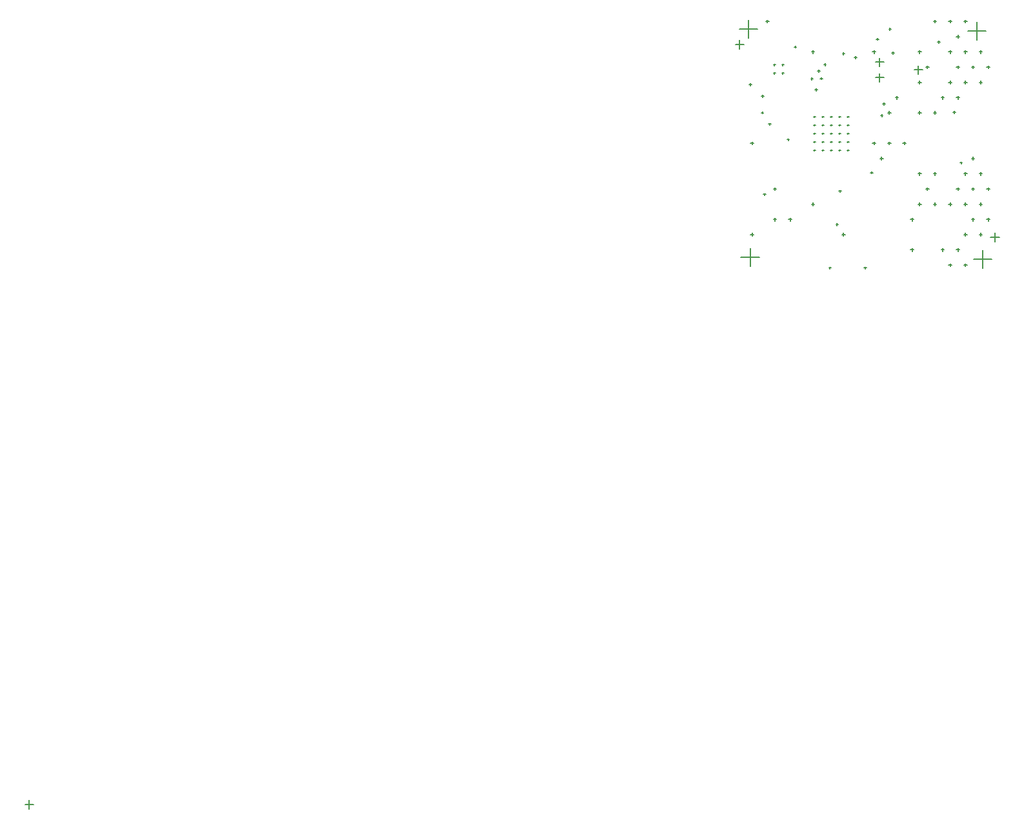
<source format=gbr>
%TF.GenerationSoftware,Altium Limited,Altium Designer,24.4.1 (13)*%
G04 Layer_Color=128*
%FSLAX45Y45*%
%MOMM*%
%TF.SameCoordinates,9860FC65-6E59-49BE-95FE-00A45DA03842*%
%TF.FilePolarity,Positive*%
%TF.FileFunction,Drillmap*%
%TF.Part,Single*%
G01*
G75*
%TA.AperFunction,NonConductor*%
%ADD94C,0.12700*%
D94*
X3367400Y465000D02*
X3482600D01*
X3425000Y407400D02*
Y522600D01*
X17400Y2995000D02*
X132600D01*
X75000Y2937400D02*
Y3052600D01*
X-9304900Y-6984800D02*
X-9189700D01*
X-9247300Y-7042400D02*
Y-6927200D01*
X1857150Y2763100D02*
X1963850D01*
X1910500Y2709750D02*
Y2816450D01*
X1857150Y2559900D02*
X1963850D01*
X1910500Y2506550D02*
Y2613250D01*
X2365150Y2661500D02*
X2471850D01*
X2418500Y2608150D02*
Y2714850D01*
X3142500Y175000D02*
X3382500D01*
X3262500Y55000D02*
Y295000D01*
X92500Y200000D02*
X332500D01*
X212500Y80000D02*
Y320000D01*
X3067500Y3175000D02*
X3307500D01*
X3187500Y3055000D02*
Y3295000D01*
X67500Y3200000D02*
X307500D01*
X187500Y3080000D02*
Y3320000D01*
X3217507Y2900005D02*
X3257507D01*
X3237507Y2880005D02*
Y2920005D01*
X3317507Y2700005D02*
X3357507D01*
X3337507Y2680005D02*
Y2720005D01*
X3217507Y2500005D02*
X3257507D01*
X3237507Y2480005D02*
Y2520005D01*
X3217507Y1300005D02*
X3257507D01*
X3237507Y1280005D02*
Y1320004D01*
X3317507Y1100004D02*
X3357507D01*
X3337507Y1080004D02*
Y1120004D01*
X3217507Y900004D02*
X3257507D01*
X3237507Y880004D02*
Y920004D01*
X3317507Y700004D02*
X3357507D01*
X3337507Y680004D02*
Y720004D01*
X3217507Y500004D02*
X3257507D01*
X3237507Y480004D02*
Y520004D01*
X3017507Y3300006D02*
X3057507D01*
X3037507Y3280006D02*
Y3320006D01*
X3017507Y2900005D02*
X3057507D01*
X3037507Y2880005D02*
Y2920005D01*
X3117507Y2700005D02*
X3157507D01*
X3137507Y2680005D02*
Y2720005D01*
X3017507Y2500005D02*
X3057507D01*
X3037507Y2480005D02*
Y2520005D01*
X3117507Y1500005D02*
X3157507D01*
X3137507Y1480005D02*
Y1520005D01*
X3017507Y1300005D02*
X3057507D01*
X3037507Y1280005D02*
Y1320004D01*
X3117507Y1100004D02*
X3157507D01*
X3137507Y1080004D02*
Y1120004D01*
X3017507Y900004D02*
X3057507D01*
X3037507Y880004D02*
Y920004D01*
X3117507Y700004D02*
X3157507D01*
X3137507Y680004D02*
Y720004D01*
X3017507Y500004D02*
X3057507D01*
X3037507Y480004D02*
Y520004D01*
X3017507Y100004D02*
X3057507D01*
X3037507Y80004D02*
Y120004D01*
X2817507Y3300006D02*
X2857507D01*
X2837507Y3280006D02*
Y3320006D01*
X2917507Y3100005D02*
X2957507D01*
X2937507Y3080006D02*
Y3120005D01*
X2817507Y2900005D02*
X2857507D01*
X2837507Y2880005D02*
Y2920005D01*
X2917507Y2700005D02*
X2957507D01*
X2937507Y2680005D02*
Y2720005D01*
X2817507Y2500005D02*
X2857507D01*
X2837507Y2480005D02*
Y2520005D01*
X2917507Y2300005D02*
X2957507D01*
X2937507Y2280005D02*
Y2320005D01*
X2917507Y1100004D02*
X2957507D01*
X2937507Y1080004D02*
Y1120004D01*
X2817507Y900004D02*
X2857507D01*
X2837507Y880004D02*
Y920004D01*
X2917507Y300004D02*
X2957507D01*
X2937507Y280004D02*
Y320004D01*
X2817507Y100004D02*
X2857507D01*
X2837507Y80004D02*
Y120004D01*
X2617507Y3300006D02*
X2657506D01*
X2637507Y3280006D02*
Y3320006D01*
X2717507Y2300005D02*
X2757507D01*
X2737507Y2280005D02*
Y2320005D01*
X2617507Y2100005D02*
X2657506D01*
X2637507Y2080005D02*
Y2120005D01*
X2617507Y1300005D02*
X2657506D01*
X2637507Y1280005D02*
Y1320004D01*
X2617507Y900004D02*
X2657506D01*
X2637507Y880004D02*
Y920004D01*
X2717507Y300004D02*
X2757507D01*
X2737507Y280004D02*
Y320004D01*
X2417506Y2900005D02*
X2457506D01*
X2437506Y2880005D02*
Y2920005D01*
X2517507Y2700005D02*
X2557506D01*
X2537506Y2680005D02*
Y2720005D01*
X2417506Y2500005D02*
X2457506D01*
X2437506Y2480005D02*
Y2520005D01*
X2417506Y2100005D02*
X2457506D01*
X2437506Y2080005D02*
Y2120005D01*
X2417506Y1300005D02*
X2457506D01*
X2437506Y1280005D02*
Y1320004D01*
X2517507Y1100004D02*
X2557506D01*
X2537506Y1080004D02*
Y1120004D01*
X2417506Y900004D02*
X2457506D01*
X2437506Y880004D02*
Y920004D01*
X2217506Y1700005D02*
X2257506D01*
X2237506Y1680005D02*
Y1720005D01*
X2317506Y700004D02*
X2357506D01*
X2337506Y680004D02*
Y720004D01*
X2317506Y300004D02*
X2357506D01*
X2337506Y280004D02*
Y320004D01*
X2117506Y2300005D02*
X2157506D01*
X2137506Y2280005D02*
Y2320005D01*
X2017506Y2100005D02*
X2057506D01*
X2037506Y2080005D02*
Y2120005D01*
X2017506Y1700005D02*
X2057506D01*
X2037506Y1680005D02*
Y1720005D01*
X1817506Y2900005D02*
X1857506D01*
X1837506Y2880005D02*
Y2920005D01*
X1817506Y1700005D02*
X1857506D01*
X1837506Y1680005D02*
Y1720005D01*
X1917506Y1500005D02*
X1957506D01*
X1937506Y1480005D02*
Y1520005D01*
X1417506Y500004D02*
X1457506D01*
X1437506Y480004D02*
Y520004D01*
X1017506Y2900005D02*
X1057506D01*
X1037506Y2880005D02*
Y2920005D01*
X1017506Y900004D02*
X1057506D01*
X1037506Y880004D02*
Y920004D01*
X717506Y700004D02*
X757505D01*
X737506Y680004D02*
Y720004D01*
X417505Y3300006D02*
X457505D01*
X437505Y3280006D02*
Y3320006D01*
X517505Y1100004D02*
X557505D01*
X537505Y1080004D02*
Y1120004D01*
X517505Y700004D02*
X557505D01*
X537505Y680004D02*
Y720004D01*
X217505Y1700005D02*
X257505D01*
X237505Y1680005D02*
Y1720005D01*
X217505Y500004D02*
X257505D01*
X237505Y480004D02*
Y520004D01*
X455000Y1950556D02*
X485000D01*
X470000Y1935556D02*
Y1965556D01*
X1062500Y2405000D02*
X1092500D01*
X1077500Y2390000D02*
Y2420000D01*
X1007500Y2548056D02*
X1037500D01*
X1022500Y2533056D02*
Y2563056D01*
X1792500Y1315000D02*
X1822500D01*
X1807500Y1300000D02*
Y1330000D01*
X1925000Y2062500D02*
X1955000D01*
X1940000Y2047500D02*
Y2077500D01*
X790000Y2965000D02*
X820000D01*
X805000Y2950000D02*
Y2980000D01*
X384500Y1027459D02*
X414500D01*
X399500Y1012459D02*
Y1042459D01*
X2674500Y3027459D02*
X2704500D01*
X2689500Y3012459D02*
Y3042458D01*
X1955000Y2217500D02*
X1985000D01*
X1970000Y2202500D02*
Y2232500D01*
X359500Y2319959D02*
X389500D01*
X374500Y2304959D02*
Y2334958D01*
X199499Y2469959D02*
X229499D01*
X214499Y2454959D02*
Y2484959D01*
X357500Y2102500D02*
X387500D01*
X372500Y2087500D02*
Y2117500D01*
X1422500Y2875000D02*
X1452500D01*
X1437500Y2860000D02*
Y2890000D01*
X1180000Y2732500D02*
X1210000D01*
X1195000Y2717500D02*
Y2747500D01*
X1580000Y2825000D02*
X1610000D01*
X1595000Y2810000D02*
Y2840000D01*
X1245000Y62500D02*
X1275000D01*
X1260000Y47500D02*
Y77500D01*
X1707500Y62500D02*
X1737500D01*
X1722500Y47500D02*
Y77500D01*
X1377500Y1070000D02*
X1407500D01*
X1392500Y1055000D02*
Y1085000D01*
X1337500Y632500D02*
X1367500D01*
X1352500Y617500D02*
Y647500D01*
X2965000Y1442500D02*
X2995000D01*
X2980000Y1427500D02*
Y1457500D01*
X2875000Y2105000D02*
X2905000D01*
X2890000Y2090000D02*
Y2120000D01*
X2072500Y2885000D02*
X2102500D01*
X2087500Y2870000D02*
Y2900000D01*
X1870000Y3067500D02*
X1900000D01*
X1885000Y3052500D02*
Y3082500D01*
X1130000Y2550000D02*
X1160000D01*
X1145000Y2535000D02*
Y2565000D01*
X2032500Y3200000D02*
X2062500D01*
X2047500Y3185000D02*
Y3215000D01*
X1097500Y2650000D02*
X1127500D01*
X1112500Y2635000D02*
Y2665000D01*
X700000Y1750000D02*
X725000D01*
X712500Y1737500D02*
Y1762500D01*
X1487500Y1605000D02*
X1507500D01*
X1497500Y1595000D02*
Y1615000D01*
X1377500Y1605000D02*
X1397500D01*
X1387500Y1595000D02*
Y1615000D01*
X1267500Y1605000D02*
X1287500D01*
X1277500Y1595000D02*
Y1615000D01*
X1157500Y1605000D02*
X1177500D01*
X1167500Y1595000D02*
Y1615000D01*
X1047500Y1605000D02*
X1067500D01*
X1057500Y1595000D02*
Y1615000D01*
X1487500Y1715000D02*
X1507500D01*
X1497500Y1705000D02*
Y1725000D01*
X1377500Y1715000D02*
X1397500D01*
X1387500Y1705000D02*
Y1725000D01*
X1267500Y1715000D02*
X1287500D01*
X1277500Y1705000D02*
Y1725000D01*
X1157500Y1715000D02*
X1177500D01*
X1167500Y1705000D02*
Y1725000D01*
X1047500Y1715000D02*
X1067500D01*
X1057500Y1705000D02*
Y1725000D01*
X1487500Y1825000D02*
X1507500D01*
X1497500Y1815000D02*
Y1835000D01*
X1377500Y1825000D02*
X1397500D01*
X1387500Y1815000D02*
Y1835000D01*
X1267500Y1825000D02*
X1287500D01*
X1277500Y1815000D02*
Y1835000D01*
X1157500Y1825000D02*
X1177500D01*
X1167500Y1815000D02*
Y1835000D01*
X1047500Y1825000D02*
X1067500D01*
X1057500Y1815000D02*
Y1835000D01*
X1487500Y1935000D02*
X1507500D01*
X1497500Y1925000D02*
Y1945000D01*
X1377500Y1935000D02*
X1397500D01*
X1387500Y1925000D02*
Y1945000D01*
X1267500Y1935000D02*
X1287500D01*
X1277500Y1925000D02*
Y1945000D01*
X1157500Y1935000D02*
X1177500D01*
X1167500Y1925000D02*
Y1945000D01*
X1047500Y1935000D02*
X1067500D01*
X1057500Y1925000D02*
Y1945000D01*
X1487500Y2045000D02*
X1507500D01*
X1497500Y2035000D02*
Y2055000D01*
X1377500Y2045000D02*
X1397500D01*
X1387500Y2035000D02*
Y2055000D01*
X1267500Y2045000D02*
X1287500D01*
X1277500Y2035000D02*
Y2055000D01*
X1157500Y2045000D02*
X1177500D01*
X1167500Y2035000D02*
Y2055000D01*
X1047500Y2045000D02*
X1067500D01*
X1057500Y2035000D02*
Y2055000D01*
X632500Y2730000D02*
X652500D01*
X642500Y2720000D02*
Y2740000D01*
X632500Y2620000D02*
X652500D01*
X642500Y2610000D02*
Y2630000D01*
X522500Y2620000D02*
X542500D01*
X532500Y2610000D02*
Y2630000D01*
X522500Y2730000D02*
X542500D01*
X532500Y2720000D02*
Y2740000D01*
%TF.MD5,b7383a5b35c8783dbb1eac4cd4a82ea5*%
M02*

</source>
